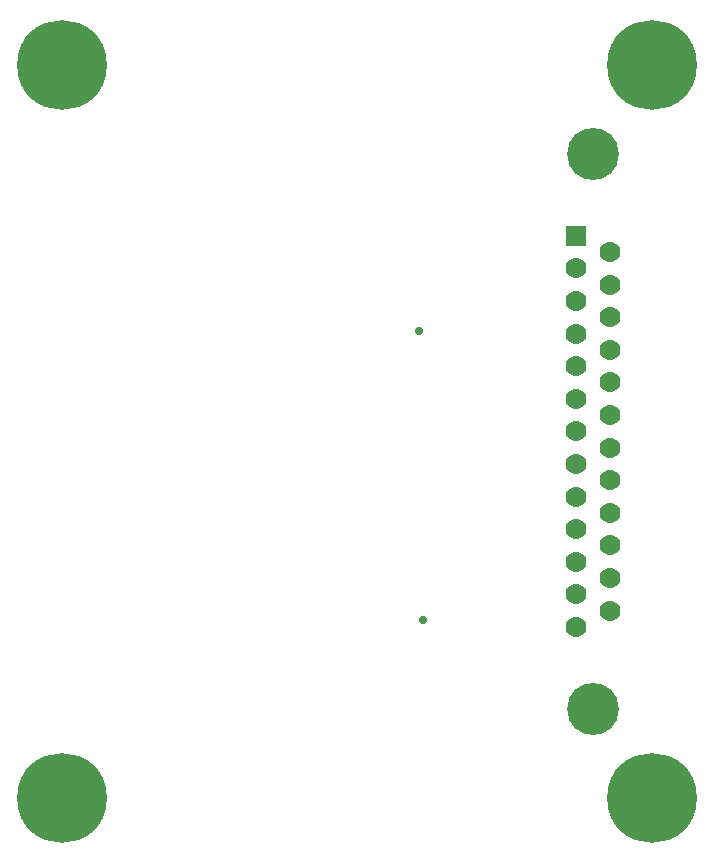
<source format=gbs>
G04*
G04 #@! TF.GenerationSoftware,Altium Limited,Altium Designer,20.0.11 (256)*
G04*
G04 Layer_Color=16711935*
%FSLAX25Y25*%
%MOIN*%
G70*
G01*
G75*
%ADD28R,0.06950X0.06950*%
%ADD29C,0.06950*%
%ADD30C,0.17300*%
%ADD31C,0.29934*%
%ADD32C,0.02787*%
D28*
X171376Y187244D02*
D03*
D29*
Y176378D02*
D03*
Y165512D02*
D03*
Y154646D02*
D03*
Y143780D02*
D03*
Y132913D02*
D03*
Y122047D02*
D03*
Y111181D02*
D03*
Y100315D02*
D03*
Y89449D02*
D03*
Y78583D02*
D03*
Y67716D02*
D03*
Y56850D02*
D03*
X182576Y181811D02*
D03*
Y170945D02*
D03*
Y160079D02*
D03*
Y149213D02*
D03*
Y138347D02*
D03*
Y127480D02*
D03*
Y116614D02*
D03*
Y105748D02*
D03*
Y94882D02*
D03*
Y84016D02*
D03*
Y73150D02*
D03*
Y62283D02*
D03*
D30*
X176976Y29447D02*
D03*
Y214647D02*
D03*
D31*
X0Y244094D02*
D03*
X196850D02*
D03*
Y0D02*
D03*
X0D02*
D03*
D32*
X120283Y59169D02*
D03*
X119189Y155638D02*
D03*
M02*

</source>
